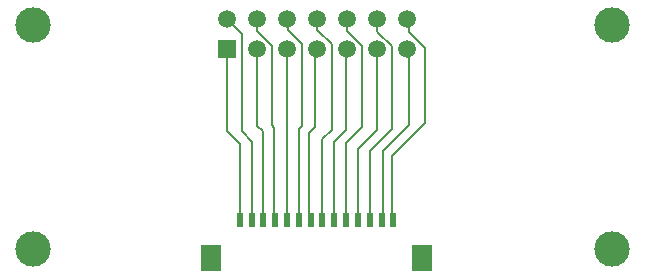
<source format=gbl>
G04*
G04 #@! TF.GenerationSoftware,Altium Limited,Altium Designer,23.10.1 (27)*
G04*
G04 Layer_Physical_Order=2*
G04 Layer_Color=16711680*
%FSLAX44Y44*%
%MOMM*%
G71*
G04*
G04 #@! TF.SameCoordinates,E8663D54-F838-47F8-9E7A-4E2C6B29C732*
G04*
G04*
G04 #@! TF.FilePolarity,Positive*
G04*
G01*
G75*
%ADD19C,0.2040*%
%ADD20C,1.5000*%
%ADD21R,1.5000X1.5000*%
%ADD22C,3.0000*%
%ADD23R,1.8000X2.2000*%
%ADD24R,0.6000X1.3000*%
D19*
X206500Y129500D02*
Y212140D01*
X193800Y224840D02*
X206500Y212140D01*
X334000Y55541D02*
X335000Y54541D01*
X334000Y55541D02*
Y109000D01*
X362000Y137000D01*
X348000Y214000D02*
X362000Y200000D01*
Y137000D02*
Y200000D01*
X348000Y214000D02*
Y223040D01*
X346200Y224840D02*
X348000Y223040D01*
X320800Y214195D02*
X321995Y213000D01*
X322174D01*
X320800Y214195D02*
Y224840D01*
X333500Y131500D02*
Y201674D01*
X322174Y213000D02*
X333500Y201674D01*
X295400Y214600D02*
X308100Y201900D01*
X295400Y214600D02*
Y224840D01*
X270525Y215475D02*
X282700Y203300D01*
X270525Y215475D02*
Y224315D01*
X270000Y224840D02*
X270525Y224315D01*
X282700Y130837D02*
Y203300D01*
X246000Y215000D02*
Y223440D01*
X244600Y224840D02*
X246000Y223440D01*
Y215000D02*
X257300Y203700D01*
Y134300D02*
Y203700D01*
X234380Y55161D02*
Y132620D01*
X231900Y135100D02*
Y202100D01*
Y135100D02*
X234380Y132620D01*
Y55161D02*
X235000Y54541D01*
X219200Y214800D02*
Y224840D01*
Y214800D02*
X231900Y202100D01*
X305000Y115000D02*
X320800Y130800D01*
Y199440D01*
X220000Y134521D02*
Y199440D01*
X193800Y130200D02*
Y199440D01*
X205000Y54541D02*
Y119000D01*
X193800Y130200D02*
X205000Y119000D01*
X295000Y131000D02*
Y202074D01*
X269000Y133000D02*
Y204816D01*
X245000Y54541D02*
Y201274D01*
X325000Y54541D02*
X326000Y55541D01*
Y113000D01*
X348000Y135000D01*
Y199874D01*
X315000Y54541D02*
Y113000D01*
X315000Y54541D02*
X315000Y54541D01*
Y113000D02*
X333500Y131500D01*
X305000Y54541D02*
Y115000D01*
X295000Y120000D02*
X308100Y133100D01*
X295000Y54541D02*
Y120000D01*
X308100Y133100D02*
Y201900D01*
X285000Y121000D02*
X295000Y131000D01*
X285000Y54541D02*
Y121000D01*
X275000Y123137D02*
X282700Y130837D01*
X275000Y54541D02*
Y123137D01*
X255000Y132000D02*
X257300Y134300D01*
X255000Y54541D02*
Y132000D01*
X264000Y55541D02*
Y128000D01*
Y55541D02*
X265000Y54541D01*
X264000Y128000D02*
X269000Y133000D01*
X215000Y54541D02*
Y121000D01*
X206500Y129500D02*
X215000Y121000D01*
X225000Y54541D02*
Y129521D01*
X220000Y134521D02*
X225000Y129521D01*
D20*
X244600Y224840D02*
D03*
X320800D02*
D03*
X244600Y199440D02*
D03*
X320800D02*
D03*
X193800Y224840D02*
D03*
X219200D02*
D03*
X270000D02*
D03*
X295400D02*
D03*
X346200D02*
D03*
X219200Y199440D02*
D03*
X295400D02*
D03*
X270000D02*
D03*
X346200D02*
D03*
D21*
X193800D02*
D03*
D22*
X520000Y30000D02*
D03*
Y220000D02*
D03*
X30000D02*
D03*
Y30000D02*
D03*
D23*
X181000Y22041D02*
D03*
X359000D02*
D03*
D24*
X305000Y54541D02*
D03*
X295000D02*
D03*
X315000D02*
D03*
X325000D02*
D03*
X335000D02*
D03*
X275000D02*
D03*
X265000D02*
D03*
X285000D02*
D03*
X255000D02*
D03*
X245000D02*
D03*
X235000D02*
D03*
X225000D02*
D03*
X215000D02*
D03*
X205000D02*
D03*
M02*

</source>
